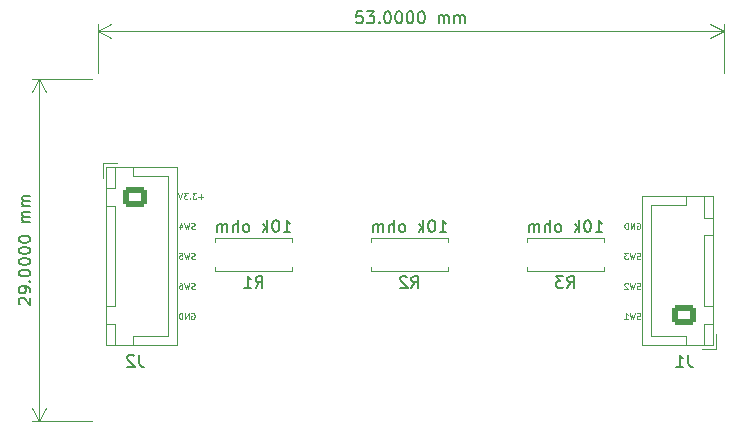
<source format=gbo>
%TF.GenerationSoftware,KiCad,Pcbnew,8.0.1*%
%TF.CreationDate,2024-04-28T18:53:44+02:00*%
%TF.ProjectId,SwitchesModule,53776974-6368-4657-934d-6f64756c652e,v0.1*%
%TF.SameCoordinates,Original*%
%TF.FileFunction,Legend,Bot*%
%TF.FilePolarity,Positive*%
%FSLAX46Y46*%
G04 Gerber Fmt 4.6, Leading zero omitted, Abs format (unit mm)*
G04 Created by KiCad (PCBNEW 8.0.1) date 2024-04-28 18:53:44*
%MOMM*%
%LPD*%
G01*
G04 APERTURE LIST*
G04 Aperture macros list*
%AMRoundRect*
0 Rectangle with rounded corners*
0 $1 Rounding radius*
0 $2 $3 $4 $5 $6 $7 $8 $9 X,Y pos of 4 corners*
0 Add a 4 corners polygon primitive as box body*
4,1,4,$2,$3,$4,$5,$6,$7,$8,$9,$2,$3,0*
0 Add four circle primitives for the rounded corners*
1,1,$1+$1,$2,$3*
1,1,$1+$1,$4,$5*
1,1,$1+$1,$6,$7*
1,1,$1+$1,$8,$9*
0 Add four rect primitives between the rounded corners*
20,1,$1+$1,$2,$3,$4,$5,0*
20,1,$1+$1,$4,$5,$6,$7,0*
20,1,$1+$1,$6,$7,$8,$9,0*
20,1,$1+$1,$8,$9,$2,$3,0*%
G04 Aperture macros list end*
%ADD10C,0.100000*%
%ADD11C,0.150000*%
%ADD12C,0.120000*%
%ADD13C,2.362200*%
%ADD14O,2.200000X3.500000*%
%ADD15R,1.500000X2.500000*%
%ADD16O,1.500000X2.500000*%
%ADD17C,3.200000*%
%ADD18C,1.600000*%
%ADD19O,1.600000X1.600000*%
%ADD20RoundRect,0.250000X0.725000X-0.600000X0.725000X0.600000X-0.725000X0.600000X-0.725000X-0.600000X0*%
%ADD21O,1.950000X1.700000*%
%ADD22RoundRect,0.250000X-0.725000X0.600000X-0.725000X-0.600000X0.725000X-0.600000X0.725000X0.600000X0*%
G04 APERTURE END LIST*
D10*
X127653459Y-105635160D02*
X127582031Y-105658969D01*
X127582031Y-105658969D02*
X127462983Y-105658969D01*
X127462983Y-105658969D02*
X127415364Y-105635160D01*
X127415364Y-105635160D02*
X127391555Y-105611350D01*
X127391555Y-105611350D02*
X127367745Y-105563731D01*
X127367745Y-105563731D02*
X127367745Y-105516112D01*
X127367745Y-105516112D02*
X127391555Y-105468493D01*
X127391555Y-105468493D02*
X127415364Y-105444683D01*
X127415364Y-105444683D02*
X127462983Y-105420874D01*
X127462983Y-105420874D02*
X127558221Y-105397064D01*
X127558221Y-105397064D02*
X127605840Y-105373255D01*
X127605840Y-105373255D02*
X127629650Y-105349445D01*
X127629650Y-105349445D02*
X127653459Y-105301826D01*
X127653459Y-105301826D02*
X127653459Y-105254207D01*
X127653459Y-105254207D02*
X127629650Y-105206588D01*
X127629650Y-105206588D02*
X127605840Y-105182779D01*
X127605840Y-105182779D02*
X127558221Y-105158969D01*
X127558221Y-105158969D02*
X127439174Y-105158969D01*
X127439174Y-105158969D02*
X127367745Y-105182779D01*
X127201079Y-105158969D02*
X127082031Y-105658969D01*
X127082031Y-105658969D02*
X126986793Y-105301826D01*
X126986793Y-105301826D02*
X126891555Y-105658969D01*
X126891555Y-105658969D02*
X126772508Y-105158969D01*
X126367745Y-105158969D02*
X126462983Y-105158969D01*
X126462983Y-105158969D02*
X126510602Y-105182779D01*
X126510602Y-105182779D02*
X126534412Y-105206588D01*
X126534412Y-105206588D02*
X126582031Y-105278017D01*
X126582031Y-105278017D02*
X126605840Y-105373255D01*
X126605840Y-105373255D02*
X126605840Y-105563731D01*
X126605840Y-105563731D02*
X126582031Y-105611350D01*
X126582031Y-105611350D02*
X126558221Y-105635160D01*
X126558221Y-105635160D02*
X126510602Y-105658969D01*
X126510602Y-105658969D02*
X126415364Y-105658969D01*
X126415364Y-105658969D02*
X126367745Y-105635160D01*
X126367745Y-105635160D02*
X126343936Y-105611350D01*
X126343936Y-105611350D02*
X126320126Y-105563731D01*
X126320126Y-105563731D02*
X126320126Y-105444683D01*
X126320126Y-105444683D02*
X126343936Y-105397064D01*
X126343936Y-105397064D02*
X126367745Y-105373255D01*
X126367745Y-105373255D02*
X126415364Y-105349445D01*
X126415364Y-105349445D02*
X126510602Y-105349445D01*
X126510602Y-105349445D02*
X126558221Y-105373255D01*
X126558221Y-105373255D02*
X126582031Y-105397064D01*
X126582031Y-105397064D02*
X126605840Y-105444683D01*
X127653459Y-100555160D02*
X127582031Y-100578969D01*
X127582031Y-100578969D02*
X127462983Y-100578969D01*
X127462983Y-100578969D02*
X127415364Y-100555160D01*
X127415364Y-100555160D02*
X127391555Y-100531350D01*
X127391555Y-100531350D02*
X127367745Y-100483731D01*
X127367745Y-100483731D02*
X127367745Y-100436112D01*
X127367745Y-100436112D02*
X127391555Y-100388493D01*
X127391555Y-100388493D02*
X127415364Y-100364683D01*
X127415364Y-100364683D02*
X127462983Y-100340874D01*
X127462983Y-100340874D02*
X127558221Y-100317064D01*
X127558221Y-100317064D02*
X127605840Y-100293255D01*
X127605840Y-100293255D02*
X127629650Y-100269445D01*
X127629650Y-100269445D02*
X127653459Y-100221826D01*
X127653459Y-100221826D02*
X127653459Y-100174207D01*
X127653459Y-100174207D02*
X127629650Y-100126588D01*
X127629650Y-100126588D02*
X127605840Y-100102779D01*
X127605840Y-100102779D02*
X127558221Y-100078969D01*
X127558221Y-100078969D02*
X127439174Y-100078969D01*
X127439174Y-100078969D02*
X127367745Y-100102779D01*
X127201079Y-100078969D02*
X127082031Y-100578969D01*
X127082031Y-100578969D02*
X126986793Y-100221826D01*
X126986793Y-100221826D02*
X126891555Y-100578969D01*
X126891555Y-100578969D02*
X126772508Y-100078969D01*
X126367745Y-100245636D02*
X126367745Y-100578969D01*
X126486793Y-100055160D02*
X126605840Y-100412302D01*
X126605840Y-100412302D02*
X126296317Y-100412302D01*
X165368072Y-105635160D02*
X165296644Y-105658969D01*
X165296644Y-105658969D02*
X165177596Y-105658969D01*
X165177596Y-105658969D02*
X165129977Y-105635160D01*
X165129977Y-105635160D02*
X165106168Y-105611350D01*
X165106168Y-105611350D02*
X165082358Y-105563731D01*
X165082358Y-105563731D02*
X165082358Y-105516112D01*
X165082358Y-105516112D02*
X165106168Y-105468493D01*
X165106168Y-105468493D02*
X165129977Y-105444683D01*
X165129977Y-105444683D02*
X165177596Y-105420874D01*
X165177596Y-105420874D02*
X165272834Y-105397064D01*
X165272834Y-105397064D02*
X165320453Y-105373255D01*
X165320453Y-105373255D02*
X165344263Y-105349445D01*
X165344263Y-105349445D02*
X165368072Y-105301826D01*
X165368072Y-105301826D02*
X165368072Y-105254207D01*
X165368072Y-105254207D02*
X165344263Y-105206588D01*
X165344263Y-105206588D02*
X165320453Y-105182779D01*
X165320453Y-105182779D02*
X165272834Y-105158969D01*
X165272834Y-105158969D02*
X165153787Y-105158969D01*
X165153787Y-105158969D02*
X165082358Y-105182779D01*
X164915692Y-105158969D02*
X164796644Y-105658969D01*
X164796644Y-105658969D02*
X164701406Y-105301826D01*
X164701406Y-105301826D02*
X164606168Y-105658969D01*
X164606168Y-105658969D02*
X164487121Y-105158969D01*
X164320453Y-105206588D02*
X164296644Y-105182779D01*
X164296644Y-105182779D02*
X164249025Y-105158969D01*
X164249025Y-105158969D02*
X164129977Y-105158969D01*
X164129977Y-105158969D02*
X164082358Y-105182779D01*
X164082358Y-105182779D02*
X164058549Y-105206588D01*
X164058549Y-105206588D02*
X164034739Y-105254207D01*
X164034739Y-105254207D02*
X164034739Y-105301826D01*
X164034739Y-105301826D02*
X164058549Y-105373255D01*
X164058549Y-105373255D02*
X164344263Y-105658969D01*
X164344263Y-105658969D02*
X164034739Y-105658969D01*
X165082358Y-100102779D02*
X165129977Y-100078969D01*
X165129977Y-100078969D02*
X165201406Y-100078969D01*
X165201406Y-100078969D02*
X165272834Y-100102779D01*
X165272834Y-100102779D02*
X165320453Y-100150398D01*
X165320453Y-100150398D02*
X165344263Y-100198017D01*
X165344263Y-100198017D02*
X165368072Y-100293255D01*
X165368072Y-100293255D02*
X165368072Y-100364683D01*
X165368072Y-100364683D02*
X165344263Y-100459921D01*
X165344263Y-100459921D02*
X165320453Y-100507540D01*
X165320453Y-100507540D02*
X165272834Y-100555160D01*
X165272834Y-100555160D02*
X165201406Y-100578969D01*
X165201406Y-100578969D02*
X165153787Y-100578969D01*
X165153787Y-100578969D02*
X165082358Y-100555160D01*
X165082358Y-100555160D02*
X165058549Y-100531350D01*
X165058549Y-100531350D02*
X165058549Y-100364683D01*
X165058549Y-100364683D02*
X165153787Y-100364683D01*
X164844263Y-100578969D02*
X164844263Y-100078969D01*
X164844263Y-100078969D02*
X164558549Y-100578969D01*
X164558549Y-100578969D02*
X164558549Y-100078969D01*
X164320453Y-100578969D02*
X164320453Y-100078969D01*
X164320453Y-100078969D02*
X164201405Y-100078969D01*
X164201405Y-100078969D02*
X164129977Y-100102779D01*
X164129977Y-100102779D02*
X164082358Y-100150398D01*
X164082358Y-100150398D02*
X164058548Y-100198017D01*
X164058548Y-100198017D02*
X164034739Y-100293255D01*
X164034739Y-100293255D02*
X164034739Y-100364683D01*
X164034739Y-100364683D02*
X164058548Y-100459921D01*
X164058548Y-100459921D02*
X164082358Y-100507540D01*
X164082358Y-100507540D02*
X164129977Y-100555160D01*
X164129977Y-100555160D02*
X164201405Y-100578969D01*
X164201405Y-100578969D02*
X164320453Y-100578969D01*
X165368072Y-108175160D02*
X165296644Y-108198969D01*
X165296644Y-108198969D02*
X165177596Y-108198969D01*
X165177596Y-108198969D02*
X165129977Y-108175160D01*
X165129977Y-108175160D02*
X165106168Y-108151350D01*
X165106168Y-108151350D02*
X165082358Y-108103731D01*
X165082358Y-108103731D02*
X165082358Y-108056112D01*
X165082358Y-108056112D02*
X165106168Y-108008493D01*
X165106168Y-108008493D02*
X165129977Y-107984683D01*
X165129977Y-107984683D02*
X165177596Y-107960874D01*
X165177596Y-107960874D02*
X165272834Y-107937064D01*
X165272834Y-107937064D02*
X165320453Y-107913255D01*
X165320453Y-107913255D02*
X165344263Y-107889445D01*
X165344263Y-107889445D02*
X165368072Y-107841826D01*
X165368072Y-107841826D02*
X165368072Y-107794207D01*
X165368072Y-107794207D02*
X165344263Y-107746588D01*
X165344263Y-107746588D02*
X165320453Y-107722779D01*
X165320453Y-107722779D02*
X165272834Y-107698969D01*
X165272834Y-107698969D02*
X165153787Y-107698969D01*
X165153787Y-107698969D02*
X165082358Y-107722779D01*
X164915692Y-107698969D02*
X164796644Y-108198969D01*
X164796644Y-108198969D02*
X164701406Y-107841826D01*
X164701406Y-107841826D02*
X164606168Y-108198969D01*
X164606168Y-108198969D02*
X164487121Y-107698969D01*
X164034739Y-108198969D02*
X164320453Y-108198969D01*
X164177596Y-108198969D02*
X164177596Y-107698969D01*
X164177596Y-107698969D02*
X164225215Y-107770398D01*
X164225215Y-107770398D02*
X164272834Y-107818017D01*
X164272834Y-107818017D02*
X164320453Y-107841826D01*
X165368072Y-103095160D02*
X165296644Y-103118969D01*
X165296644Y-103118969D02*
X165177596Y-103118969D01*
X165177596Y-103118969D02*
X165129977Y-103095160D01*
X165129977Y-103095160D02*
X165106168Y-103071350D01*
X165106168Y-103071350D02*
X165082358Y-103023731D01*
X165082358Y-103023731D02*
X165082358Y-102976112D01*
X165082358Y-102976112D02*
X165106168Y-102928493D01*
X165106168Y-102928493D02*
X165129977Y-102904683D01*
X165129977Y-102904683D02*
X165177596Y-102880874D01*
X165177596Y-102880874D02*
X165272834Y-102857064D01*
X165272834Y-102857064D02*
X165320453Y-102833255D01*
X165320453Y-102833255D02*
X165344263Y-102809445D01*
X165344263Y-102809445D02*
X165368072Y-102761826D01*
X165368072Y-102761826D02*
X165368072Y-102714207D01*
X165368072Y-102714207D02*
X165344263Y-102666588D01*
X165344263Y-102666588D02*
X165320453Y-102642779D01*
X165320453Y-102642779D02*
X165272834Y-102618969D01*
X165272834Y-102618969D02*
X165153787Y-102618969D01*
X165153787Y-102618969D02*
X165082358Y-102642779D01*
X164915692Y-102618969D02*
X164796644Y-103118969D01*
X164796644Y-103118969D02*
X164701406Y-102761826D01*
X164701406Y-102761826D02*
X164606168Y-103118969D01*
X164606168Y-103118969D02*
X164487121Y-102618969D01*
X164344263Y-102618969D02*
X164034739Y-102618969D01*
X164034739Y-102618969D02*
X164201406Y-102809445D01*
X164201406Y-102809445D02*
X164129977Y-102809445D01*
X164129977Y-102809445D02*
X164082358Y-102833255D01*
X164082358Y-102833255D02*
X164058549Y-102857064D01*
X164058549Y-102857064D02*
X164034739Y-102904683D01*
X164034739Y-102904683D02*
X164034739Y-103023731D01*
X164034739Y-103023731D02*
X164058549Y-103071350D01*
X164058549Y-103071350D02*
X164082358Y-103095160D01*
X164082358Y-103095160D02*
X164129977Y-103118969D01*
X164129977Y-103118969D02*
X164272834Y-103118969D01*
X164272834Y-103118969D02*
X164320453Y-103095160D01*
X164320453Y-103095160D02*
X164344263Y-103071350D01*
X128343935Y-97848493D02*
X127962983Y-97848493D01*
X128153459Y-98038969D02*
X128153459Y-97658017D01*
X127772506Y-97538969D02*
X127462982Y-97538969D01*
X127462982Y-97538969D02*
X127629649Y-97729445D01*
X127629649Y-97729445D02*
X127558220Y-97729445D01*
X127558220Y-97729445D02*
X127510601Y-97753255D01*
X127510601Y-97753255D02*
X127486792Y-97777064D01*
X127486792Y-97777064D02*
X127462982Y-97824683D01*
X127462982Y-97824683D02*
X127462982Y-97943731D01*
X127462982Y-97943731D02*
X127486792Y-97991350D01*
X127486792Y-97991350D02*
X127510601Y-98015160D01*
X127510601Y-98015160D02*
X127558220Y-98038969D01*
X127558220Y-98038969D02*
X127701077Y-98038969D01*
X127701077Y-98038969D02*
X127748696Y-98015160D01*
X127748696Y-98015160D02*
X127772506Y-97991350D01*
X127248697Y-97991350D02*
X127224887Y-98015160D01*
X127224887Y-98015160D02*
X127248697Y-98038969D01*
X127248697Y-98038969D02*
X127272506Y-98015160D01*
X127272506Y-98015160D02*
X127248697Y-97991350D01*
X127248697Y-97991350D02*
X127248697Y-98038969D01*
X127058221Y-97538969D02*
X126748697Y-97538969D01*
X126748697Y-97538969D02*
X126915364Y-97729445D01*
X126915364Y-97729445D02*
X126843935Y-97729445D01*
X126843935Y-97729445D02*
X126796316Y-97753255D01*
X126796316Y-97753255D02*
X126772507Y-97777064D01*
X126772507Y-97777064D02*
X126748697Y-97824683D01*
X126748697Y-97824683D02*
X126748697Y-97943731D01*
X126748697Y-97943731D02*
X126772507Y-97991350D01*
X126772507Y-97991350D02*
X126796316Y-98015160D01*
X126796316Y-98015160D02*
X126843935Y-98038969D01*
X126843935Y-98038969D02*
X126986792Y-98038969D01*
X126986792Y-98038969D02*
X127034411Y-98015160D01*
X127034411Y-98015160D02*
X127058221Y-97991350D01*
X126605840Y-97538969D02*
X126439174Y-98038969D01*
X126439174Y-98038969D02*
X126272507Y-97538969D01*
X127367746Y-107722779D02*
X127415365Y-107698969D01*
X127415365Y-107698969D02*
X127486794Y-107698969D01*
X127486794Y-107698969D02*
X127558222Y-107722779D01*
X127558222Y-107722779D02*
X127605841Y-107770398D01*
X127605841Y-107770398D02*
X127629651Y-107818017D01*
X127629651Y-107818017D02*
X127653460Y-107913255D01*
X127653460Y-107913255D02*
X127653460Y-107984683D01*
X127653460Y-107984683D02*
X127629651Y-108079921D01*
X127629651Y-108079921D02*
X127605841Y-108127540D01*
X127605841Y-108127540D02*
X127558222Y-108175160D01*
X127558222Y-108175160D02*
X127486794Y-108198969D01*
X127486794Y-108198969D02*
X127439175Y-108198969D01*
X127439175Y-108198969D02*
X127367746Y-108175160D01*
X127367746Y-108175160D02*
X127343937Y-108151350D01*
X127343937Y-108151350D02*
X127343937Y-107984683D01*
X127343937Y-107984683D02*
X127439175Y-107984683D01*
X127129651Y-108198969D02*
X127129651Y-107698969D01*
X127129651Y-107698969D02*
X126843937Y-108198969D01*
X126843937Y-108198969D02*
X126843937Y-107698969D01*
X126605841Y-108198969D02*
X126605841Y-107698969D01*
X126605841Y-107698969D02*
X126486793Y-107698969D01*
X126486793Y-107698969D02*
X126415365Y-107722779D01*
X126415365Y-107722779D02*
X126367746Y-107770398D01*
X126367746Y-107770398D02*
X126343936Y-107818017D01*
X126343936Y-107818017D02*
X126320127Y-107913255D01*
X126320127Y-107913255D02*
X126320127Y-107984683D01*
X126320127Y-107984683D02*
X126343936Y-108079921D01*
X126343936Y-108079921D02*
X126367746Y-108127540D01*
X126367746Y-108127540D02*
X126415365Y-108175160D01*
X126415365Y-108175160D02*
X126486793Y-108198969D01*
X126486793Y-108198969D02*
X126605841Y-108198969D01*
X127653459Y-103095160D02*
X127582031Y-103118969D01*
X127582031Y-103118969D02*
X127462983Y-103118969D01*
X127462983Y-103118969D02*
X127415364Y-103095160D01*
X127415364Y-103095160D02*
X127391555Y-103071350D01*
X127391555Y-103071350D02*
X127367745Y-103023731D01*
X127367745Y-103023731D02*
X127367745Y-102976112D01*
X127367745Y-102976112D02*
X127391555Y-102928493D01*
X127391555Y-102928493D02*
X127415364Y-102904683D01*
X127415364Y-102904683D02*
X127462983Y-102880874D01*
X127462983Y-102880874D02*
X127558221Y-102857064D01*
X127558221Y-102857064D02*
X127605840Y-102833255D01*
X127605840Y-102833255D02*
X127629650Y-102809445D01*
X127629650Y-102809445D02*
X127653459Y-102761826D01*
X127653459Y-102761826D02*
X127653459Y-102714207D01*
X127653459Y-102714207D02*
X127629650Y-102666588D01*
X127629650Y-102666588D02*
X127605840Y-102642779D01*
X127605840Y-102642779D02*
X127558221Y-102618969D01*
X127558221Y-102618969D02*
X127439174Y-102618969D01*
X127439174Y-102618969D02*
X127367745Y-102642779D01*
X127201079Y-102618969D02*
X127082031Y-103118969D01*
X127082031Y-103118969D02*
X126986793Y-102761826D01*
X126986793Y-102761826D02*
X126891555Y-103118969D01*
X126891555Y-103118969D02*
X126772508Y-102618969D01*
X126343936Y-102618969D02*
X126582031Y-102618969D01*
X126582031Y-102618969D02*
X126605840Y-102857064D01*
X126605840Y-102857064D02*
X126582031Y-102833255D01*
X126582031Y-102833255D02*
X126534412Y-102809445D01*
X126534412Y-102809445D02*
X126415364Y-102809445D01*
X126415364Y-102809445D02*
X126367745Y-102833255D01*
X126367745Y-102833255D02*
X126343936Y-102857064D01*
X126343936Y-102857064D02*
X126320126Y-102904683D01*
X126320126Y-102904683D02*
X126320126Y-103023731D01*
X126320126Y-103023731D02*
X126343936Y-103071350D01*
X126343936Y-103071350D02*
X126367745Y-103095160D01*
X126367745Y-103095160D02*
X126415364Y-103118969D01*
X126415364Y-103118969D02*
X126534412Y-103118969D01*
X126534412Y-103118969D02*
X126582031Y-103095160D01*
X126582031Y-103095160D02*
X126605840Y-103071350D01*
D11*
X141833862Y-82151679D02*
X141357672Y-82151679D01*
X141357672Y-82151679D02*
X141310053Y-82627869D01*
X141310053Y-82627869D02*
X141357672Y-82580250D01*
X141357672Y-82580250D02*
X141452910Y-82532631D01*
X141452910Y-82532631D02*
X141691005Y-82532631D01*
X141691005Y-82532631D02*
X141786243Y-82580250D01*
X141786243Y-82580250D02*
X141833862Y-82627869D01*
X141833862Y-82627869D02*
X141881481Y-82723107D01*
X141881481Y-82723107D02*
X141881481Y-82961202D01*
X141881481Y-82961202D02*
X141833862Y-83056440D01*
X141833862Y-83056440D02*
X141786243Y-83104060D01*
X141786243Y-83104060D02*
X141691005Y-83151679D01*
X141691005Y-83151679D02*
X141452910Y-83151679D01*
X141452910Y-83151679D02*
X141357672Y-83104060D01*
X141357672Y-83104060D02*
X141310053Y-83056440D01*
X142214815Y-82151679D02*
X142833862Y-82151679D01*
X142833862Y-82151679D02*
X142500529Y-82532631D01*
X142500529Y-82532631D02*
X142643386Y-82532631D01*
X142643386Y-82532631D02*
X142738624Y-82580250D01*
X142738624Y-82580250D02*
X142786243Y-82627869D01*
X142786243Y-82627869D02*
X142833862Y-82723107D01*
X142833862Y-82723107D02*
X142833862Y-82961202D01*
X142833862Y-82961202D02*
X142786243Y-83056440D01*
X142786243Y-83056440D02*
X142738624Y-83104060D01*
X142738624Y-83104060D02*
X142643386Y-83151679D01*
X142643386Y-83151679D02*
X142357672Y-83151679D01*
X142357672Y-83151679D02*
X142262434Y-83104060D01*
X142262434Y-83104060D02*
X142214815Y-83056440D01*
X143262434Y-83056440D02*
X143310053Y-83104060D01*
X143310053Y-83104060D02*
X143262434Y-83151679D01*
X143262434Y-83151679D02*
X143214815Y-83104060D01*
X143214815Y-83104060D02*
X143262434Y-83056440D01*
X143262434Y-83056440D02*
X143262434Y-83151679D01*
X143929100Y-82151679D02*
X144024338Y-82151679D01*
X144024338Y-82151679D02*
X144119576Y-82199298D01*
X144119576Y-82199298D02*
X144167195Y-82246917D01*
X144167195Y-82246917D02*
X144214814Y-82342155D01*
X144214814Y-82342155D02*
X144262433Y-82532631D01*
X144262433Y-82532631D02*
X144262433Y-82770726D01*
X144262433Y-82770726D02*
X144214814Y-82961202D01*
X144214814Y-82961202D02*
X144167195Y-83056440D01*
X144167195Y-83056440D02*
X144119576Y-83104060D01*
X144119576Y-83104060D02*
X144024338Y-83151679D01*
X144024338Y-83151679D02*
X143929100Y-83151679D01*
X143929100Y-83151679D02*
X143833862Y-83104060D01*
X143833862Y-83104060D02*
X143786243Y-83056440D01*
X143786243Y-83056440D02*
X143738624Y-82961202D01*
X143738624Y-82961202D02*
X143691005Y-82770726D01*
X143691005Y-82770726D02*
X143691005Y-82532631D01*
X143691005Y-82532631D02*
X143738624Y-82342155D01*
X143738624Y-82342155D02*
X143786243Y-82246917D01*
X143786243Y-82246917D02*
X143833862Y-82199298D01*
X143833862Y-82199298D02*
X143929100Y-82151679D01*
X144881481Y-82151679D02*
X144976719Y-82151679D01*
X144976719Y-82151679D02*
X145071957Y-82199298D01*
X145071957Y-82199298D02*
X145119576Y-82246917D01*
X145119576Y-82246917D02*
X145167195Y-82342155D01*
X145167195Y-82342155D02*
X145214814Y-82532631D01*
X145214814Y-82532631D02*
X145214814Y-82770726D01*
X145214814Y-82770726D02*
X145167195Y-82961202D01*
X145167195Y-82961202D02*
X145119576Y-83056440D01*
X145119576Y-83056440D02*
X145071957Y-83104060D01*
X145071957Y-83104060D02*
X144976719Y-83151679D01*
X144976719Y-83151679D02*
X144881481Y-83151679D01*
X144881481Y-83151679D02*
X144786243Y-83104060D01*
X144786243Y-83104060D02*
X144738624Y-83056440D01*
X144738624Y-83056440D02*
X144691005Y-82961202D01*
X144691005Y-82961202D02*
X144643386Y-82770726D01*
X144643386Y-82770726D02*
X144643386Y-82532631D01*
X144643386Y-82532631D02*
X144691005Y-82342155D01*
X144691005Y-82342155D02*
X144738624Y-82246917D01*
X144738624Y-82246917D02*
X144786243Y-82199298D01*
X144786243Y-82199298D02*
X144881481Y-82151679D01*
X145833862Y-82151679D02*
X145929100Y-82151679D01*
X145929100Y-82151679D02*
X146024338Y-82199298D01*
X146024338Y-82199298D02*
X146071957Y-82246917D01*
X146071957Y-82246917D02*
X146119576Y-82342155D01*
X146119576Y-82342155D02*
X146167195Y-82532631D01*
X146167195Y-82532631D02*
X146167195Y-82770726D01*
X146167195Y-82770726D02*
X146119576Y-82961202D01*
X146119576Y-82961202D02*
X146071957Y-83056440D01*
X146071957Y-83056440D02*
X146024338Y-83104060D01*
X146024338Y-83104060D02*
X145929100Y-83151679D01*
X145929100Y-83151679D02*
X145833862Y-83151679D01*
X145833862Y-83151679D02*
X145738624Y-83104060D01*
X145738624Y-83104060D02*
X145691005Y-83056440D01*
X145691005Y-83056440D02*
X145643386Y-82961202D01*
X145643386Y-82961202D02*
X145595767Y-82770726D01*
X145595767Y-82770726D02*
X145595767Y-82532631D01*
X145595767Y-82532631D02*
X145643386Y-82342155D01*
X145643386Y-82342155D02*
X145691005Y-82246917D01*
X145691005Y-82246917D02*
X145738624Y-82199298D01*
X145738624Y-82199298D02*
X145833862Y-82151679D01*
X146786243Y-82151679D02*
X146881481Y-82151679D01*
X146881481Y-82151679D02*
X146976719Y-82199298D01*
X146976719Y-82199298D02*
X147024338Y-82246917D01*
X147024338Y-82246917D02*
X147071957Y-82342155D01*
X147071957Y-82342155D02*
X147119576Y-82532631D01*
X147119576Y-82532631D02*
X147119576Y-82770726D01*
X147119576Y-82770726D02*
X147071957Y-82961202D01*
X147071957Y-82961202D02*
X147024338Y-83056440D01*
X147024338Y-83056440D02*
X146976719Y-83104060D01*
X146976719Y-83104060D02*
X146881481Y-83151679D01*
X146881481Y-83151679D02*
X146786243Y-83151679D01*
X146786243Y-83151679D02*
X146691005Y-83104060D01*
X146691005Y-83104060D02*
X146643386Y-83056440D01*
X146643386Y-83056440D02*
X146595767Y-82961202D01*
X146595767Y-82961202D02*
X146548148Y-82770726D01*
X146548148Y-82770726D02*
X146548148Y-82532631D01*
X146548148Y-82532631D02*
X146595767Y-82342155D01*
X146595767Y-82342155D02*
X146643386Y-82246917D01*
X146643386Y-82246917D02*
X146691005Y-82199298D01*
X146691005Y-82199298D02*
X146786243Y-82151679D01*
X148310053Y-83151679D02*
X148310053Y-82485012D01*
X148310053Y-82580250D02*
X148357672Y-82532631D01*
X148357672Y-82532631D02*
X148452910Y-82485012D01*
X148452910Y-82485012D02*
X148595767Y-82485012D01*
X148595767Y-82485012D02*
X148691005Y-82532631D01*
X148691005Y-82532631D02*
X148738624Y-82627869D01*
X148738624Y-82627869D02*
X148738624Y-83151679D01*
X148738624Y-82627869D02*
X148786243Y-82532631D01*
X148786243Y-82532631D02*
X148881481Y-82485012D01*
X148881481Y-82485012D02*
X149024338Y-82485012D01*
X149024338Y-82485012D02*
X149119577Y-82532631D01*
X149119577Y-82532631D02*
X149167196Y-82627869D01*
X149167196Y-82627869D02*
X149167196Y-83151679D01*
X149643386Y-83151679D02*
X149643386Y-82485012D01*
X149643386Y-82580250D02*
X149691005Y-82532631D01*
X149691005Y-82532631D02*
X149786243Y-82485012D01*
X149786243Y-82485012D02*
X149929100Y-82485012D01*
X149929100Y-82485012D02*
X150024338Y-82532631D01*
X150024338Y-82532631D02*
X150071957Y-82627869D01*
X150071957Y-82627869D02*
X150071957Y-83151679D01*
X150071957Y-82627869D02*
X150119576Y-82532631D01*
X150119576Y-82532631D02*
X150214814Y-82485012D01*
X150214814Y-82485012D02*
X150357671Y-82485012D01*
X150357671Y-82485012D02*
X150452910Y-82532631D01*
X150452910Y-82532631D02*
X150500529Y-82627869D01*
X150500529Y-82627869D02*
X150500529Y-83151679D01*
D10*
X119429100Y-87346860D02*
X119429100Y-83260440D01*
X172429100Y-87346860D02*
X172429100Y-83260440D01*
X119429100Y-83846860D02*
X172429100Y-83846860D01*
X119429100Y-83846860D02*
X172429100Y-83846860D01*
X119429100Y-83846860D02*
X120555604Y-83260439D01*
X119429100Y-83846860D02*
X120555604Y-84433281D01*
X172429100Y-83846860D02*
X171302596Y-84433281D01*
X172429100Y-83846860D02*
X171302596Y-83260439D01*
D11*
X112829157Y-106965906D02*
X112781538Y-106918287D01*
X112781538Y-106918287D02*
X112733919Y-106823049D01*
X112733919Y-106823049D02*
X112733919Y-106584954D01*
X112733919Y-106584954D02*
X112781538Y-106489716D01*
X112781538Y-106489716D02*
X112829157Y-106442097D01*
X112829157Y-106442097D02*
X112924395Y-106394478D01*
X112924395Y-106394478D02*
X113019633Y-106394478D01*
X113019633Y-106394478D02*
X113162490Y-106442097D01*
X113162490Y-106442097D02*
X113733919Y-107013525D01*
X113733919Y-107013525D02*
X113733919Y-106394478D01*
X113733919Y-105918287D02*
X113733919Y-105727811D01*
X113733919Y-105727811D02*
X113686300Y-105632573D01*
X113686300Y-105632573D02*
X113638680Y-105584954D01*
X113638680Y-105584954D02*
X113495823Y-105489716D01*
X113495823Y-105489716D02*
X113305347Y-105442097D01*
X113305347Y-105442097D02*
X112924395Y-105442097D01*
X112924395Y-105442097D02*
X112829157Y-105489716D01*
X112829157Y-105489716D02*
X112781538Y-105537335D01*
X112781538Y-105537335D02*
X112733919Y-105632573D01*
X112733919Y-105632573D02*
X112733919Y-105823049D01*
X112733919Y-105823049D02*
X112781538Y-105918287D01*
X112781538Y-105918287D02*
X112829157Y-105965906D01*
X112829157Y-105965906D02*
X112924395Y-106013525D01*
X112924395Y-106013525D02*
X113162490Y-106013525D01*
X113162490Y-106013525D02*
X113257728Y-105965906D01*
X113257728Y-105965906D02*
X113305347Y-105918287D01*
X113305347Y-105918287D02*
X113352966Y-105823049D01*
X113352966Y-105823049D02*
X113352966Y-105632573D01*
X113352966Y-105632573D02*
X113305347Y-105537335D01*
X113305347Y-105537335D02*
X113257728Y-105489716D01*
X113257728Y-105489716D02*
X113162490Y-105442097D01*
X113638680Y-105013525D02*
X113686300Y-104965906D01*
X113686300Y-104965906D02*
X113733919Y-105013525D01*
X113733919Y-105013525D02*
X113686300Y-105061144D01*
X113686300Y-105061144D02*
X113638680Y-105013525D01*
X113638680Y-105013525D02*
X113733919Y-105013525D01*
X112733919Y-104346859D02*
X112733919Y-104251621D01*
X112733919Y-104251621D02*
X112781538Y-104156383D01*
X112781538Y-104156383D02*
X112829157Y-104108764D01*
X112829157Y-104108764D02*
X112924395Y-104061145D01*
X112924395Y-104061145D02*
X113114871Y-104013526D01*
X113114871Y-104013526D02*
X113352966Y-104013526D01*
X113352966Y-104013526D02*
X113543442Y-104061145D01*
X113543442Y-104061145D02*
X113638680Y-104108764D01*
X113638680Y-104108764D02*
X113686300Y-104156383D01*
X113686300Y-104156383D02*
X113733919Y-104251621D01*
X113733919Y-104251621D02*
X113733919Y-104346859D01*
X113733919Y-104346859D02*
X113686300Y-104442097D01*
X113686300Y-104442097D02*
X113638680Y-104489716D01*
X113638680Y-104489716D02*
X113543442Y-104537335D01*
X113543442Y-104537335D02*
X113352966Y-104584954D01*
X113352966Y-104584954D02*
X113114871Y-104584954D01*
X113114871Y-104584954D02*
X112924395Y-104537335D01*
X112924395Y-104537335D02*
X112829157Y-104489716D01*
X112829157Y-104489716D02*
X112781538Y-104442097D01*
X112781538Y-104442097D02*
X112733919Y-104346859D01*
X112733919Y-103394478D02*
X112733919Y-103299240D01*
X112733919Y-103299240D02*
X112781538Y-103204002D01*
X112781538Y-103204002D02*
X112829157Y-103156383D01*
X112829157Y-103156383D02*
X112924395Y-103108764D01*
X112924395Y-103108764D02*
X113114871Y-103061145D01*
X113114871Y-103061145D02*
X113352966Y-103061145D01*
X113352966Y-103061145D02*
X113543442Y-103108764D01*
X113543442Y-103108764D02*
X113638680Y-103156383D01*
X113638680Y-103156383D02*
X113686300Y-103204002D01*
X113686300Y-103204002D02*
X113733919Y-103299240D01*
X113733919Y-103299240D02*
X113733919Y-103394478D01*
X113733919Y-103394478D02*
X113686300Y-103489716D01*
X113686300Y-103489716D02*
X113638680Y-103537335D01*
X113638680Y-103537335D02*
X113543442Y-103584954D01*
X113543442Y-103584954D02*
X113352966Y-103632573D01*
X113352966Y-103632573D02*
X113114871Y-103632573D01*
X113114871Y-103632573D02*
X112924395Y-103584954D01*
X112924395Y-103584954D02*
X112829157Y-103537335D01*
X112829157Y-103537335D02*
X112781538Y-103489716D01*
X112781538Y-103489716D02*
X112733919Y-103394478D01*
X112733919Y-102442097D02*
X112733919Y-102346859D01*
X112733919Y-102346859D02*
X112781538Y-102251621D01*
X112781538Y-102251621D02*
X112829157Y-102204002D01*
X112829157Y-102204002D02*
X112924395Y-102156383D01*
X112924395Y-102156383D02*
X113114871Y-102108764D01*
X113114871Y-102108764D02*
X113352966Y-102108764D01*
X113352966Y-102108764D02*
X113543442Y-102156383D01*
X113543442Y-102156383D02*
X113638680Y-102204002D01*
X113638680Y-102204002D02*
X113686300Y-102251621D01*
X113686300Y-102251621D02*
X113733919Y-102346859D01*
X113733919Y-102346859D02*
X113733919Y-102442097D01*
X113733919Y-102442097D02*
X113686300Y-102537335D01*
X113686300Y-102537335D02*
X113638680Y-102584954D01*
X113638680Y-102584954D02*
X113543442Y-102632573D01*
X113543442Y-102632573D02*
X113352966Y-102680192D01*
X113352966Y-102680192D02*
X113114871Y-102680192D01*
X113114871Y-102680192D02*
X112924395Y-102632573D01*
X112924395Y-102632573D02*
X112829157Y-102584954D01*
X112829157Y-102584954D02*
X112781538Y-102537335D01*
X112781538Y-102537335D02*
X112733919Y-102442097D01*
X112733919Y-101489716D02*
X112733919Y-101394478D01*
X112733919Y-101394478D02*
X112781538Y-101299240D01*
X112781538Y-101299240D02*
X112829157Y-101251621D01*
X112829157Y-101251621D02*
X112924395Y-101204002D01*
X112924395Y-101204002D02*
X113114871Y-101156383D01*
X113114871Y-101156383D02*
X113352966Y-101156383D01*
X113352966Y-101156383D02*
X113543442Y-101204002D01*
X113543442Y-101204002D02*
X113638680Y-101251621D01*
X113638680Y-101251621D02*
X113686300Y-101299240D01*
X113686300Y-101299240D02*
X113733919Y-101394478D01*
X113733919Y-101394478D02*
X113733919Y-101489716D01*
X113733919Y-101489716D02*
X113686300Y-101584954D01*
X113686300Y-101584954D02*
X113638680Y-101632573D01*
X113638680Y-101632573D02*
X113543442Y-101680192D01*
X113543442Y-101680192D02*
X113352966Y-101727811D01*
X113352966Y-101727811D02*
X113114871Y-101727811D01*
X113114871Y-101727811D02*
X112924395Y-101680192D01*
X112924395Y-101680192D02*
X112829157Y-101632573D01*
X112829157Y-101632573D02*
X112781538Y-101584954D01*
X112781538Y-101584954D02*
X112733919Y-101489716D01*
X113733919Y-99965906D02*
X113067252Y-99965906D01*
X113162490Y-99965906D02*
X113114871Y-99918287D01*
X113114871Y-99918287D02*
X113067252Y-99823049D01*
X113067252Y-99823049D02*
X113067252Y-99680192D01*
X113067252Y-99680192D02*
X113114871Y-99584954D01*
X113114871Y-99584954D02*
X113210109Y-99537335D01*
X113210109Y-99537335D02*
X113733919Y-99537335D01*
X113210109Y-99537335D02*
X113114871Y-99489716D01*
X113114871Y-99489716D02*
X113067252Y-99394478D01*
X113067252Y-99394478D02*
X113067252Y-99251621D01*
X113067252Y-99251621D02*
X113114871Y-99156382D01*
X113114871Y-99156382D02*
X113210109Y-99108763D01*
X113210109Y-99108763D02*
X113733919Y-99108763D01*
X113733919Y-98632573D02*
X113067252Y-98632573D01*
X113162490Y-98632573D02*
X113114871Y-98584954D01*
X113114871Y-98584954D02*
X113067252Y-98489716D01*
X113067252Y-98489716D02*
X113067252Y-98346859D01*
X113067252Y-98346859D02*
X113114871Y-98251621D01*
X113114871Y-98251621D02*
X113210109Y-98204002D01*
X113210109Y-98204002D02*
X113733919Y-98204002D01*
X113210109Y-98204002D02*
X113114871Y-98156383D01*
X113114871Y-98156383D02*
X113067252Y-98061145D01*
X113067252Y-98061145D02*
X113067252Y-97918288D01*
X113067252Y-97918288D02*
X113114871Y-97823049D01*
X113114871Y-97823049D02*
X113210109Y-97775430D01*
X113210109Y-97775430D02*
X113733919Y-97775430D01*
D10*
X118929100Y-87846860D02*
X113842680Y-87846860D01*
X118929100Y-116846860D02*
X113842680Y-116846860D01*
X114429100Y-87846860D02*
X114429100Y-116846860D01*
X114429100Y-87846860D02*
X114429100Y-116846860D01*
X114429100Y-87846860D02*
X115015521Y-88973364D01*
X114429100Y-87846860D02*
X113842679Y-88973364D01*
X114429100Y-116846860D02*
X113842679Y-115720356D01*
X114429100Y-116846860D02*
X115015521Y-115720356D01*
D11*
X145998666Y-105569919D02*
X146331999Y-105093728D01*
X146570094Y-105569919D02*
X146570094Y-104569919D01*
X146570094Y-104569919D02*
X146189142Y-104569919D01*
X146189142Y-104569919D02*
X146093904Y-104617538D01*
X146093904Y-104617538D02*
X146046285Y-104665157D01*
X146046285Y-104665157D02*
X145998666Y-104760395D01*
X145998666Y-104760395D02*
X145998666Y-104903252D01*
X145998666Y-104903252D02*
X146046285Y-104998490D01*
X146046285Y-104998490D02*
X146093904Y-105046109D01*
X146093904Y-105046109D02*
X146189142Y-105093728D01*
X146189142Y-105093728D02*
X146570094Y-105093728D01*
X145617713Y-104665157D02*
X145570094Y-104617538D01*
X145570094Y-104617538D02*
X145474856Y-104569919D01*
X145474856Y-104569919D02*
X145236761Y-104569919D01*
X145236761Y-104569919D02*
X145141523Y-104617538D01*
X145141523Y-104617538D02*
X145093904Y-104665157D01*
X145093904Y-104665157D02*
X145046285Y-104760395D01*
X145046285Y-104760395D02*
X145046285Y-104855633D01*
X145046285Y-104855633D02*
X145093904Y-104998490D01*
X145093904Y-104998490D02*
X145665332Y-105569919D01*
X145665332Y-105569919D02*
X145046285Y-105569919D01*
X148379619Y-100829919D02*
X148951047Y-100829919D01*
X148665333Y-100829919D02*
X148665333Y-99829919D01*
X148665333Y-99829919D02*
X148760571Y-99972776D01*
X148760571Y-99972776D02*
X148855809Y-100068014D01*
X148855809Y-100068014D02*
X148951047Y-100115633D01*
X147760571Y-99829919D02*
X147665333Y-99829919D01*
X147665333Y-99829919D02*
X147570095Y-99877538D01*
X147570095Y-99877538D02*
X147522476Y-99925157D01*
X147522476Y-99925157D02*
X147474857Y-100020395D01*
X147474857Y-100020395D02*
X147427238Y-100210871D01*
X147427238Y-100210871D02*
X147427238Y-100448966D01*
X147427238Y-100448966D02*
X147474857Y-100639442D01*
X147474857Y-100639442D02*
X147522476Y-100734680D01*
X147522476Y-100734680D02*
X147570095Y-100782300D01*
X147570095Y-100782300D02*
X147665333Y-100829919D01*
X147665333Y-100829919D02*
X147760571Y-100829919D01*
X147760571Y-100829919D02*
X147855809Y-100782300D01*
X147855809Y-100782300D02*
X147903428Y-100734680D01*
X147903428Y-100734680D02*
X147951047Y-100639442D01*
X147951047Y-100639442D02*
X147998666Y-100448966D01*
X147998666Y-100448966D02*
X147998666Y-100210871D01*
X147998666Y-100210871D02*
X147951047Y-100020395D01*
X147951047Y-100020395D02*
X147903428Y-99925157D01*
X147903428Y-99925157D02*
X147855809Y-99877538D01*
X147855809Y-99877538D02*
X147760571Y-99829919D01*
X146998666Y-100829919D02*
X146998666Y-99829919D01*
X146903428Y-100448966D02*
X146617714Y-100829919D01*
X146617714Y-100163252D02*
X146998666Y-100544204D01*
X145284380Y-100829919D02*
X145379618Y-100782300D01*
X145379618Y-100782300D02*
X145427237Y-100734680D01*
X145427237Y-100734680D02*
X145474856Y-100639442D01*
X145474856Y-100639442D02*
X145474856Y-100353728D01*
X145474856Y-100353728D02*
X145427237Y-100258490D01*
X145427237Y-100258490D02*
X145379618Y-100210871D01*
X145379618Y-100210871D02*
X145284380Y-100163252D01*
X145284380Y-100163252D02*
X145141523Y-100163252D01*
X145141523Y-100163252D02*
X145046285Y-100210871D01*
X145046285Y-100210871D02*
X144998666Y-100258490D01*
X144998666Y-100258490D02*
X144951047Y-100353728D01*
X144951047Y-100353728D02*
X144951047Y-100639442D01*
X144951047Y-100639442D02*
X144998666Y-100734680D01*
X144998666Y-100734680D02*
X145046285Y-100782300D01*
X145046285Y-100782300D02*
X145141523Y-100829919D01*
X145141523Y-100829919D02*
X145284380Y-100829919D01*
X144522475Y-100829919D02*
X144522475Y-99829919D01*
X144093904Y-100829919D02*
X144093904Y-100306109D01*
X144093904Y-100306109D02*
X144141523Y-100210871D01*
X144141523Y-100210871D02*
X144236761Y-100163252D01*
X144236761Y-100163252D02*
X144379618Y-100163252D01*
X144379618Y-100163252D02*
X144474856Y-100210871D01*
X144474856Y-100210871D02*
X144522475Y-100258490D01*
X143617713Y-100829919D02*
X143617713Y-100163252D01*
X143617713Y-100258490D02*
X143570094Y-100210871D01*
X143570094Y-100210871D02*
X143474856Y-100163252D01*
X143474856Y-100163252D02*
X143331999Y-100163252D01*
X143331999Y-100163252D02*
X143236761Y-100210871D01*
X143236761Y-100210871D02*
X143189142Y-100306109D01*
X143189142Y-100306109D02*
X143189142Y-100829919D01*
X143189142Y-100306109D02*
X143141523Y-100210871D01*
X143141523Y-100210871D02*
X143046285Y-100163252D01*
X143046285Y-100163252D02*
X142903428Y-100163252D01*
X142903428Y-100163252D02*
X142808189Y-100210871D01*
X142808189Y-100210871D02*
X142760570Y-100306109D01*
X142760570Y-100306109D02*
X142760570Y-100829919D01*
X169418433Y-111237679D02*
X169418433Y-111951964D01*
X169418433Y-111951964D02*
X169466052Y-112094821D01*
X169466052Y-112094821D02*
X169561290Y-112190060D01*
X169561290Y-112190060D02*
X169704147Y-112237679D01*
X169704147Y-112237679D02*
X169799385Y-112237679D01*
X168418433Y-112237679D02*
X168989861Y-112237679D01*
X168704147Y-112237679D02*
X168704147Y-111237679D01*
X168704147Y-111237679D02*
X168799385Y-111380536D01*
X168799385Y-111380536D02*
X168894623Y-111475774D01*
X168894623Y-111475774D02*
X168989861Y-111523393D01*
X132796506Y-105569919D02*
X133129839Y-105093728D01*
X133367934Y-105569919D02*
X133367934Y-104569919D01*
X133367934Y-104569919D02*
X132986982Y-104569919D01*
X132986982Y-104569919D02*
X132891744Y-104617538D01*
X132891744Y-104617538D02*
X132844125Y-104665157D01*
X132844125Y-104665157D02*
X132796506Y-104760395D01*
X132796506Y-104760395D02*
X132796506Y-104903252D01*
X132796506Y-104903252D02*
X132844125Y-104998490D01*
X132844125Y-104998490D02*
X132891744Y-105046109D01*
X132891744Y-105046109D02*
X132986982Y-105093728D01*
X132986982Y-105093728D02*
X133367934Y-105093728D01*
X131844125Y-105569919D02*
X132415553Y-105569919D01*
X132129839Y-105569919D02*
X132129839Y-104569919D01*
X132129839Y-104569919D02*
X132225077Y-104712776D01*
X132225077Y-104712776D02*
X132320315Y-104808014D01*
X132320315Y-104808014D02*
X132415553Y-104855633D01*
X135177459Y-100829919D02*
X135748887Y-100829919D01*
X135463173Y-100829919D02*
X135463173Y-99829919D01*
X135463173Y-99829919D02*
X135558411Y-99972776D01*
X135558411Y-99972776D02*
X135653649Y-100068014D01*
X135653649Y-100068014D02*
X135748887Y-100115633D01*
X134558411Y-99829919D02*
X134463173Y-99829919D01*
X134463173Y-99829919D02*
X134367935Y-99877538D01*
X134367935Y-99877538D02*
X134320316Y-99925157D01*
X134320316Y-99925157D02*
X134272697Y-100020395D01*
X134272697Y-100020395D02*
X134225078Y-100210871D01*
X134225078Y-100210871D02*
X134225078Y-100448966D01*
X134225078Y-100448966D02*
X134272697Y-100639442D01*
X134272697Y-100639442D02*
X134320316Y-100734680D01*
X134320316Y-100734680D02*
X134367935Y-100782300D01*
X134367935Y-100782300D02*
X134463173Y-100829919D01*
X134463173Y-100829919D02*
X134558411Y-100829919D01*
X134558411Y-100829919D02*
X134653649Y-100782300D01*
X134653649Y-100782300D02*
X134701268Y-100734680D01*
X134701268Y-100734680D02*
X134748887Y-100639442D01*
X134748887Y-100639442D02*
X134796506Y-100448966D01*
X134796506Y-100448966D02*
X134796506Y-100210871D01*
X134796506Y-100210871D02*
X134748887Y-100020395D01*
X134748887Y-100020395D02*
X134701268Y-99925157D01*
X134701268Y-99925157D02*
X134653649Y-99877538D01*
X134653649Y-99877538D02*
X134558411Y-99829919D01*
X133796506Y-100829919D02*
X133796506Y-99829919D01*
X133701268Y-100448966D02*
X133415554Y-100829919D01*
X133415554Y-100163252D02*
X133796506Y-100544204D01*
X132082220Y-100829919D02*
X132177458Y-100782300D01*
X132177458Y-100782300D02*
X132225077Y-100734680D01*
X132225077Y-100734680D02*
X132272696Y-100639442D01*
X132272696Y-100639442D02*
X132272696Y-100353728D01*
X132272696Y-100353728D02*
X132225077Y-100258490D01*
X132225077Y-100258490D02*
X132177458Y-100210871D01*
X132177458Y-100210871D02*
X132082220Y-100163252D01*
X132082220Y-100163252D02*
X131939363Y-100163252D01*
X131939363Y-100163252D02*
X131844125Y-100210871D01*
X131844125Y-100210871D02*
X131796506Y-100258490D01*
X131796506Y-100258490D02*
X131748887Y-100353728D01*
X131748887Y-100353728D02*
X131748887Y-100639442D01*
X131748887Y-100639442D02*
X131796506Y-100734680D01*
X131796506Y-100734680D02*
X131844125Y-100782300D01*
X131844125Y-100782300D02*
X131939363Y-100829919D01*
X131939363Y-100829919D02*
X132082220Y-100829919D01*
X131320315Y-100829919D02*
X131320315Y-99829919D01*
X130891744Y-100829919D02*
X130891744Y-100306109D01*
X130891744Y-100306109D02*
X130939363Y-100210871D01*
X130939363Y-100210871D02*
X131034601Y-100163252D01*
X131034601Y-100163252D02*
X131177458Y-100163252D01*
X131177458Y-100163252D02*
X131272696Y-100210871D01*
X131272696Y-100210871D02*
X131320315Y-100258490D01*
X130415553Y-100829919D02*
X130415553Y-100163252D01*
X130415553Y-100258490D02*
X130367934Y-100210871D01*
X130367934Y-100210871D02*
X130272696Y-100163252D01*
X130272696Y-100163252D02*
X130129839Y-100163252D01*
X130129839Y-100163252D02*
X130034601Y-100210871D01*
X130034601Y-100210871D02*
X129986982Y-100306109D01*
X129986982Y-100306109D02*
X129986982Y-100829919D01*
X129986982Y-100306109D02*
X129939363Y-100210871D01*
X129939363Y-100210871D02*
X129844125Y-100163252D01*
X129844125Y-100163252D02*
X129701268Y-100163252D01*
X129701268Y-100163252D02*
X129606029Y-100210871D01*
X129606029Y-100210871D02*
X129558410Y-100306109D01*
X129558410Y-100306109D02*
X129558410Y-100829919D01*
X159200826Y-105569919D02*
X159534159Y-105093728D01*
X159772254Y-105569919D02*
X159772254Y-104569919D01*
X159772254Y-104569919D02*
X159391302Y-104569919D01*
X159391302Y-104569919D02*
X159296064Y-104617538D01*
X159296064Y-104617538D02*
X159248445Y-104665157D01*
X159248445Y-104665157D02*
X159200826Y-104760395D01*
X159200826Y-104760395D02*
X159200826Y-104903252D01*
X159200826Y-104903252D02*
X159248445Y-104998490D01*
X159248445Y-104998490D02*
X159296064Y-105046109D01*
X159296064Y-105046109D02*
X159391302Y-105093728D01*
X159391302Y-105093728D02*
X159772254Y-105093728D01*
X158867492Y-104569919D02*
X158248445Y-104569919D01*
X158248445Y-104569919D02*
X158581778Y-104950871D01*
X158581778Y-104950871D02*
X158438921Y-104950871D01*
X158438921Y-104950871D02*
X158343683Y-104998490D01*
X158343683Y-104998490D02*
X158296064Y-105046109D01*
X158296064Y-105046109D02*
X158248445Y-105141347D01*
X158248445Y-105141347D02*
X158248445Y-105379442D01*
X158248445Y-105379442D02*
X158296064Y-105474680D01*
X158296064Y-105474680D02*
X158343683Y-105522300D01*
X158343683Y-105522300D02*
X158438921Y-105569919D01*
X158438921Y-105569919D02*
X158724635Y-105569919D01*
X158724635Y-105569919D02*
X158819873Y-105522300D01*
X158819873Y-105522300D02*
X158867492Y-105474680D01*
X161581779Y-100829919D02*
X162153207Y-100829919D01*
X161867493Y-100829919D02*
X161867493Y-99829919D01*
X161867493Y-99829919D02*
X161962731Y-99972776D01*
X161962731Y-99972776D02*
X162057969Y-100068014D01*
X162057969Y-100068014D02*
X162153207Y-100115633D01*
X160962731Y-99829919D02*
X160867493Y-99829919D01*
X160867493Y-99829919D02*
X160772255Y-99877538D01*
X160772255Y-99877538D02*
X160724636Y-99925157D01*
X160724636Y-99925157D02*
X160677017Y-100020395D01*
X160677017Y-100020395D02*
X160629398Y-100210871D01*
X160629398Y-100210871D02*
X160629398Y-100448966D01*
X160629398Y-100448966D02*
X160677017Y-100639442D01*
X160677017Y-100639442D02*
X160724636Y-100734680D01*
X160724636Y-100734680D02*
X160772255Y-100782300D01*
X160772255Y-100782300D02*
X160867493Y-100829919D01*
X160867493Y-100829919D02*
X160962731Y-100829919D01*
X160962731Y-100829919D02*
X161057969Y-100782300D01*
X161057969Y-100782300D02*
X161105588Y-100734680D01*
X161105588Y-100734680D02*
X161153207Y-100639442D01*
X161153207Y-100639442D02*
X161200826Y-100448966D01*
X161200826Y-100448966D02*
X161200826Y-100210871D01*
X161200826Y-100210871D02*
X161153207Y-100020395D01*
X161153207Y-100020395D02*
X161105588Y-99925157D01*
X161105588Y-99925157D02*
X161057969Y-99877538D01*
X161057969Y-99877538D02*
X160962731Y-99829919D01*
X160200826Y-100829919D02*
X160200826Y-99829919D01*
X160105588Y-100448966D02*
X159819874Y-100829919D01*
X159819874Y-100163252D02*
X160200826Y-100544204D01*
X158486540Y-100829919D02*
X158581778Y-100782300D01*
X158581778Y-100782300D02*
X158629397Y-100734680D01*
X158629397Y-100734680D02*
X158677016Y-100639442D01*
X158677016Y-100639442D02*
X158677016Y-100353728D01*
X158677016Y-100353728D02*
X158629397Y-100258490D01*
X158629397Y-100258490D02*
X158581778Y-100210871D01*
X158581778Y-100210871D02*
X158486540Y-100163252D01*
X158486540Y-100163252D02*
X158343683Y-100163252D01*
X158343683Y-100163252D02*
X158248445Y-100210871D01*
X158248445Y-100210871D02*
X158200826Y-100258490D01*
X158200826Y-100258490D02*
X158153207Y-100353728D01*
X158153207Y-100353728D02*
X158153207Y-100639442D01*
X158153207Y-100639442D02*
X158200826Y-100734680D01*
X158200826Y-100734680D02*
X158248445Y-100782300D01*
X158248445Y-100782300D02*
X158343683Y-100829919D01*
X158343683Y-100829919D02*
X158486540Y-100829919D01*
X157724635Y-100829919D02*
X157724635Y-99829919D01*
X157296064Y-100829919D02*
X157296064Y-100306109D01*
X157296064Y-100306109D02*
X157343683Y-100210871D01*
X157343683Y-100210871D02*
X157438921Y-100163252D01*
X157438921Y-100163252D02*
X157581778Y-100163252D01*
X157581778Y-100163252D02*
X157677016Y-100210871D01*
X157677016Y-100210871D02*
X157724635Y-100258490D01*
X156819873Y-100829919D02*
X156819873Y-100163252D01*
X156819873Y-100258490D02*
X156772254Y-100210871D01*
X156772254Y-100210871D02*
X156677016Y-100163252D01*
X156677016Y-100163252D02*
X156534159Y-100163252D01*
X156534159Y-100163252D02*
X156438921Y-100210871D01*
X156438921Y-100210871D02*
X156391302Y-100306109D01*
X156391302Y-100306109D02*
X156391302Y-100829919D01*
X156391302Y-100306109D02*
X156343683Y-100210871D01*
X156343683Y-100210871D02*
X156248445Y-100163252D01*
X156248445Y-100163252D02*
X156105588Y-100163252D01*
X156105588Y-100163252D02*
X156010349Y-100210871D01*
X156010349Y-100210871D02*
X155962730Y-100306109D01*
X155962730Y-100306109D02*
X155962730Y-100829919D01*
X122936433Y-111237679D02*
X122936433Y-111951964D01*
X122936433Y-111951964D02*
X122984052Y-112094821D01*
X122984052Y-112094821D02*
X123079290Y-112190060D01*
X123079290Y-112190060D02*
X123222147Y-112237679D01*
X123222147Y-112237679D02*
X123317385Y-112237679D01*
X122507861Y-111332917D02*
X122460242Y-111285298D01*
X122460242Y-111285298D02*
X122365004Y-111237679D01*
X122365004Y-111237679D02*
X122126909Y-111237679D01*
X122126909Y-111237679D02*
X122031671Y-111285298D01*
X122031671Y-111285298D02*
X121984052Y-111332917D01*
X121984052Y-111332917D02*
X121936433Y-111428155D01*
X121936433Y-111428155D02*
X121936433Y-111523393D01*
X121936433Y-111523393D02*
X121984052Y-111666250D01*
X121984052Y-111666250D02*
X122555480Y-112237679D01*
X122555480Y-112237679D02*
X121936433Y-112237679D01*
D12*
%TO.C,R2*%
X142562000Y-101375100D02*
X142562000Y-101705100D01*
X142562000Y-104115100D02*
X142562000Y-103785100D01*
X149102000Y-101375100D02*
X142562000Y-101375100D01*
X149102000Y-101705100D02*
X149102000Y-101375100D01*
X149102000Y-103785100D02*
X149102000Y-104115100D01*
X149102000Y-104115100D02*
X142562000Y-104115100D01*
%TO.C,J1*%
X165549700Y-97818260D02*
X165549700Y-110438260D01*
X165549700Y-110438260D02*
X171519700Y-110438260D01*
X166309700Y-98578260D02*
X169259700Y-98578260D01*
X166309700Y-104128260D02*
X166309700Y-98578260D01*
X166309700Y-104128260D02*
X166309700Y-109678260D01*
X166309700Y-109678260D02*
X169259700Y-109678260D01*
X169259700Y-98578260D02*
X169259700Y-97828260D01*
X169259700Y-109678260D02*
X169259700Y-110428260D01*
X170559700Y-110728260D02*
X171809700Y-110728260D01*
X170759700Y-97828260D02*
X170759700Y-99628260D01*
X170759700Y-99628260D02*
X171509700Y-99628260D01*
X170759700Y-101128260D02*
X170759700Y-107128260D01*
X170759700Y-107128260D02*
X171509700Y-107128260D01*
X170759700Y-108628260D02*
X170759700Y-110428260D01*
X170759700Y-110428260D02*
X171509700Y-110428260D01*
X171509700Y-97828260D02*
X170759700Y-97828260D01*
X171509700Y-99628260D02*
X171509700Y-97828260D01*
X171509700Y-101128260D02*
X170759700Y-101128260D01*
X171509700Y-107128260D02*
X171509700Y-101128260D01*
X171509700Y-108628260D02*
X170759700Y-108628260D01*
X171509700Y-110428260D02*
X171509700Y-108628260D01*
X171519700Y-97818260D02*
X165549700Y-97818260D01*
X171519700Y-110438260D02*
X171519700Y-97818260D01*
X171809700Y-110728260D02*
X171809700Y-109478260D01*
%TO.C,R1*%
X129359840Y-101375100D02*
X129359840Y-101705100D01*
X129359840Y-104115100D02*
X129359840Y-103785100D01*
X135899840Y-101375100D02*
X129359840Y-101375100D01*
X135899840Y-101705100D02*
X135899840Y-101375100D01*
X135899840Y-103785100D02*
X135899840Y-104115100D01*
X135899840Y-104115100D02*
X129359840Y-104115100D01*
%TO.C,R3*%
X155764160Y-101375100D02*
X155764160Y-101705100D01*
X155764160Y-104115100D02*
X155764160Y-103785100D01*
X162304160Y-101375100D02*
X155764160Y-101375100D01*
X162304160Y-101705100D02*
X162304160Y-101375100D01*
X162304160Y-103785100D02*
X162304160Y-104115100D01*
X162304160Y-104115100D02*
X155764160Y-104115100D01*
%TO.C,J2*%
X119853100Y-95028260D02*
X119853100Y-96278260D01*
X120143100Y-95318260D02*
X120143100Y-110438260D01*
X120143100Y-110438260D02*
X126113100Y-110438260D01*
X120153100Y-95328260D02*
X120153100Y-97128260D01*
X120153100Y-97128260D02*
X120903100Y-97128260D01*
X120153100Y-98628260D02*
X120153100Y-107128260D01*
X120153100Y-107128260D02*
X120903100Y-107128260D01*
X120153100Y-108628260D02*
X120153100Y-110428260D01*
X120153100Y-110428260D02*
X120903100Y-110428260D01*
X120903100Y-95328260D02*
X120153100Y-95328260D01*
X120903100Y-97128260D02*
X120903100Y-95328260D01*
X120903100Y-98628260D02*
X120153100Y-98628260D01*
X120903100Y-107128260D02*
X120903100Y-98628260D01*
X120903100Y-108628260D02*
X120153100Y-108628260D01*
X120903100Y-110428260D02*
X120903100Y-108628260D01*
X121103100Y-95028260D02*
X119853100Y-95028260D01*
X122403100Y-96078260D02*
X122403100Y-95328260D01*
X122403100Y-109678260D02*
X122403100Y-110428260D01*
X125353100Y-96078260D02*
X122403100Y-96078260D01*
X125353100Y-102878260D02*
X125353100Y-96078260D01*
X125353100Y-102878260D02*
X125353100Y-109678260D01*
X125353100Y-109678260D02*
X122403100Y-109678260D01*
X126113100Y-95318260D02*
X120143100Y-95318260D01*
X126113100Y-110438260D02*
X126113100Y-95318260D01*
%TD*%
%LPC*%
D13*
%TO.C,SW3*%
X161533520Y-96496700D03*
X161533520Y-108993500D03*
X156534800Y-96496700D03*
X156534800Y-108993500D03*
%TD*%
D14*
%TO.C,SW5*%
X141732000Y-91948000D03*
X149932000Y-91948000D03*
D15*
X143832000Y-91948000D03*
D16*
X145832000Y-91948000D03*
X147832000Y-91948000D03*
%TD*%
D13*
%TO.C,SW1*%
X135129200Y-96496700D03*
X135129200Y-108993500D03*
X130130480Y-96496700D03*
X130130480Y-108993500D03*
%TD*%
D14*
%TO.C,SW6*%
X154308080Y-91948000D03*
X162508080Y-91948000D03*
D15*
X156408080Y-91948000D03*
D16*
X158408080Y-91948000D03*
X160408080Y-91948000D03*
%TD*%
D17*
%TO.C,MountingHole1*%
X123593700Y-91437460D03*
%TD*%
D13*
%TO.C,SW2*%
X148331360Y-96496700D03*
X148331360Y-108993500D03*
X143332640Y-96496700D03*
X143332640Y-108993500D03*
%TD*%
D17*
%TO.C,MountingHole2*%
X167992900Y-91437460D03*
%TD*%
%TO.C,MountingHole3*%
X145844100Y-113078260D03*
%TD*%
D14*
%TO.C,SW4*%
X129155920Y-91948000D03*
X137355920Y-91948000D03*
D15*
X131255920Y-91948000D03*
D16*
X133255920Y-91948000D03*
X135255920Y-91948000D03*
%TD*%
D18*
%TO.C,R2*%
X142022000Y-102745100D03*
D19*
X149642000Y-102745100D03*
%TD*%
D20*
%TO.C,J1*%
X169059700Y-107878260D03*
D21*
X169059700Y-105378260D03*
X169059700Y-102878260D03*
X169059700Y-100378260D03*
%TD*%
D18*
%TO.C,R1*%
X128819840Y-102745100D03*
D19*
X136439840Y-102745100D03*
%TD*%
D18*
%TO.C,R3*%
X155224160Y-102745100D03*
D19*
X162844160Y-102745100D03*
%TD*%
D22*
%TO.C,J2*%
X122603100Y-97878260D03*
D21*
X122603100Y-100378260D03*
X122603100Y-102878260D03*
X122603100Y-105378260D03*
X122603100Y-107878260D03*
%TD*%
%LPD*%
M02*

</source>
